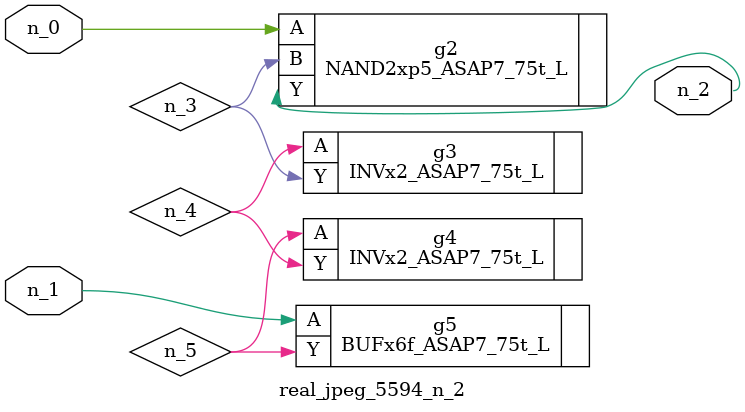
<source format=v>
module real_jpeg_5594_n_2 (n_1, n_0, n_2);

input n_1;
input n_0;

output n_2;

wire n_5;
wire n_4;
wire n_3;

NAND2xp5_ASAP7_75t_L g2 ( 
.A(n_0),
.B(n_3),
.Y(n_2)
);

BUFx6f_ASAP7_75t_L g5 ( 
.A(n_1),
.Y(n_5)
);

INVx2_ASAP7_75t_L g3 ( 
.A(n_4),
.Y(n_3)
);

INVx2_ASAP7_75t_L g4 ( 
.A(n_5),
.Y(n_4)
);


endmodule
</source>
